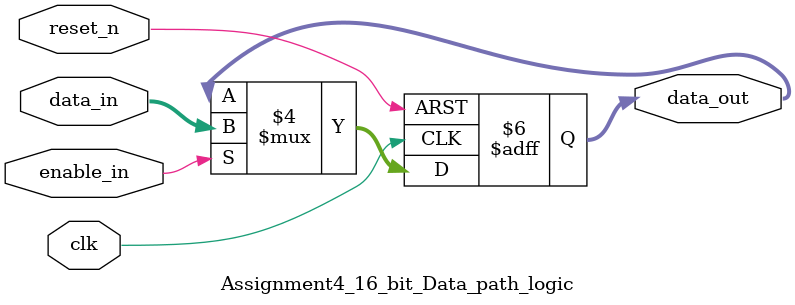
<source format=v>
`timescale 1ns / 1ps


//this is the data path logic


module Assignment4_16_bit_Data_path_logic(
            input [15:0] data_in,
            input clk ,reset_n,
            input enable_in,
            output reg [15:0] data_out
    );

// its a data path logic  if sequence 1010 is detected enable _signal gets high and output is input
// else output is previous data    
always @(posedge clk or negedge reset_n)
begin
    if(!reset_n) 
        data_out <= 16'b0;
    else if (enable_in)
        data_out <= data_in;
    else
        data_out <= data_out;
end
endmodule
</source>
